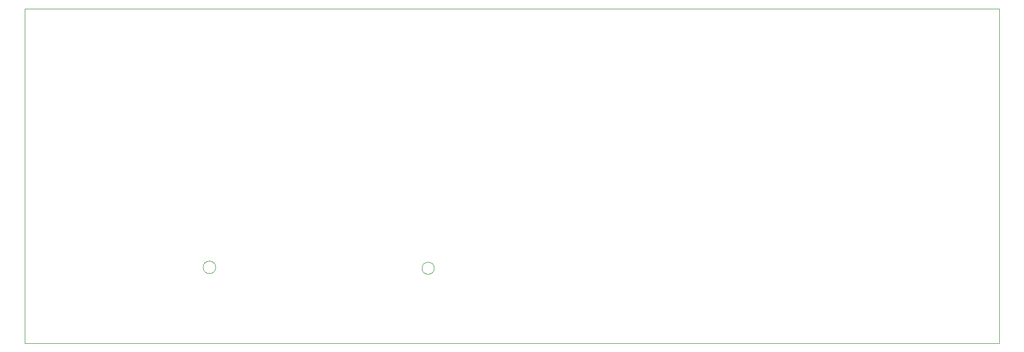
<source format=gbr>
%TF.GenerationSoftware,KiCad,Pcbnew,9.0.5*%
%TF.CreationDate,2025-10-20T18:48:48+02:00*%
%TF.ProjectId,yoradio-2,796f7261-6469-46f2-9d32-2e6b69636164,rev?*%
%TF.SameCoordinates,Original*%
%TF.FileFunction,Profile,NP*%
%FSLAX46Y46*%
G04 Gerber Fmt 4.6, Leading zero omitted, Abs format (unit mm)*
G04 Created by KiCad (PCBNEW 9.0.5) date 2025-10-20 18:48:48*
%MOMM*%
%LPD*%
G01*
G04 APERTURE LIST*
%TA.AperFunction,Profile*%
%ADD10C,0.050000*%
%TD*%
%TA.AperFunction,Profile*%
%ADD11C,0.120000*%
%TD*%
G04 APERTURE END LIST*
D10*
X75492500Y-75870000D02*
X235492500Y-75870000D01*
X235492500Y-130870000D01*
X75492500Y-130870000D01*
X75492500Y-75870000D01*
D11*
%TO.C,M6*%
X106873276Y-118370000D02*
G75*
G02*
X104811724Y-118370000I-1030776J0D01*
G01*
X104811724Y-118370000D02*
G75*
G02*
X106873276Y-118370000I1030776J0D01*
G01*
X142743749Y-118520000D02*
G75*
G02*
X140741251Y-118520000I-1001249J0D01*
G01*
X140741251Y-118520000D02*
G75*
G02*
X142743749Y-118520000I1001249J0D01*
G01*
%TD*%
M02*

</source>
